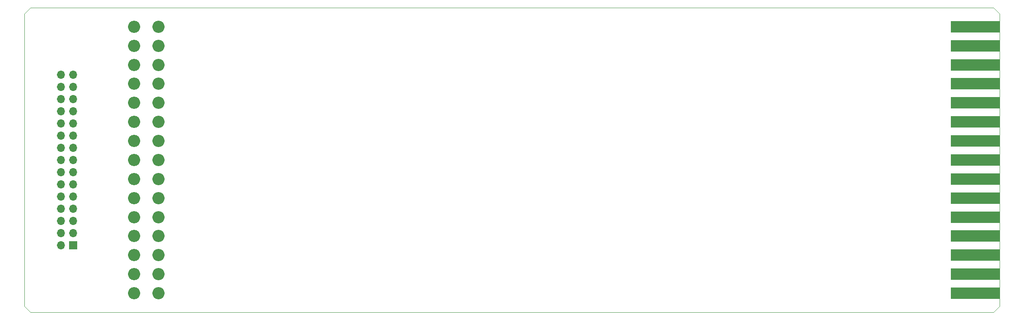
<source format=gbr>
%TF.GenerationSoftware,KiCad,Pcbnew,(5.1.9)-1*%
%TF.CreationDate,2021-03-18T23:59:30+01:00*%
%TF.ProjectId,extensioncard,65787465-6e73-4696-9f6e-636172642e6b,rev?*%
%TF.SameCoordinates,Original*%
%TF.FileFunction,Soldermask,Top*%
%TF.FilePolarity,Negative*%
%FSLAX46Y46*%
G04 Gerber Fmt 4.6, Leading zero omitted, Abs format (unit mm)*
G04 Created by KiCad (PCBNEW (5.1.9)-1) date 2021-03-18 23:59:30*
%MOMM*%
%LPD*%
G01*
G04 APERTURE LIST*
%TA.AperFunction,Profile*%
%ADD10C,0.050000*%
%TD*%
%ADD11R,10.160000X2.381250*%
%ADD12O,2.540000X2.540000*%
%ADD13O,1.700000X1.700000*%
%ADD14R,1.700000X1.700000*%
G04 APERTURE END LIST*
D10*
X241300000Y-71120000D02*
X241300000Y-132080000D01*
X240030000Y-69850000D02*
X241300000Y-71120000D01*
X39370000Y-69850000D02*
X240030000Y-69850000D01*
X38100000Y-71120000D02*
X39370000Y-69850000D01*
X38100000Y-132080000D02*
X38100000Y-71120000D01*
X39370000Y-133350000D02*
X38100000Y-132080000D01*
X240030000Y-133350000D02*
X39370000Y-133350000D01*
X241300000Y-132080000D02*
X240030000Y-133350000D01*
D11*
%TO.C,J1*%
X236220000Y-73818750D03*
X236220000Y-77787500D03*
X236220000Y-81756250D03*
X236220000Y-85725000D03*
X236220000Y-89693750D03*
X236220000Y-93662500D03*
X236220000Y-97631250D03*
X236220000Y-101600000D03*
X236220000Y-105568750D03*
X236220000Y-109537500D03*
X236220000Y-113506250D03*
X236220000Y-117475000D03*
X236220000Y-121443750D03*
X236220000Y-125412500D03*
X236220000Y-129381250D03*
%TD*%
D12*
%TO.C,J2*%
X60960000Y-129381250D03*
X60960000Y-125412500D03*
X60960000Y-121443750D03*
X60960000Y-117475000D03*
X60960000Y-113506250D03*
X60960000Y-109537500D03*
X60960000Y-105568750D03*
X60960000Y-101600000D03*
X60960000Y-97631250D03*
X60960000Y-93662500D03*
X60960000Y-89693750D03*
X60960000Y-85725000D03*
X60960000Y-81756250D03*
X60960000Y-77787500D03*
X60960000Y-73818750D03*
X66040000Y-129381250D03*
X66040000Y-125412500D03*
X66040000Y-121443750D03*
X66040000Y-117475000D03*
X66040000Y-113506250D03*
X66040000Y-109537500D03*
X66040000Y-105568750D03*
X66040000Y-101600000D03*
X66040000Y-97631250D03*
X66040000Y-93662500D03*
X66040000Y-89693750D03*
X66040000Y-85725000D03*
X66040000Y-81756250D03*
X66040000Y-77787500D03*
X66040000Y-73818750D03*
%TD*%
D13*
%TO.C,J3*%
X45720000Y-83820000D03*
X48260000Y-83820000D03*
X45720000Y-86360000D03*
X48260000Y-86360000D03*
X45720000Y-88900000D03*
X48260000Y-88900000D03*
X45720000Y-91440000D03*
X48260000Y-91440000D03*
X45720000Y-93980000D03*
X48260000Y-93980000D03*
X45720000Y-96520000D03*
X48260000Y-96520000D03*
X45720000Y-99060000D03*
X48260000Y-99060000D03*
X45720000Y-101600000D03*
X48260000Y-101600000D03*
X45720000Y-104140000D03*
X48260000Y-104140000D03*
X45720000Y-106680000D03*
X48260000Y-106680000D03*
X45720000Y-109220000D03*
X48260000Y-109220000D03*
X45720000Y-111760000D03*
X48260000Y-111760000D03*
X45720000Y-114300000D03*
X48260000Y-114300000D03*
X45720000Y-116840000D03*
X48260000Y-116840000D03*
X45720000Y-119380000D03*
D14*
X48260000Y-119380000D03*
%TD*%
M02*

</source>
